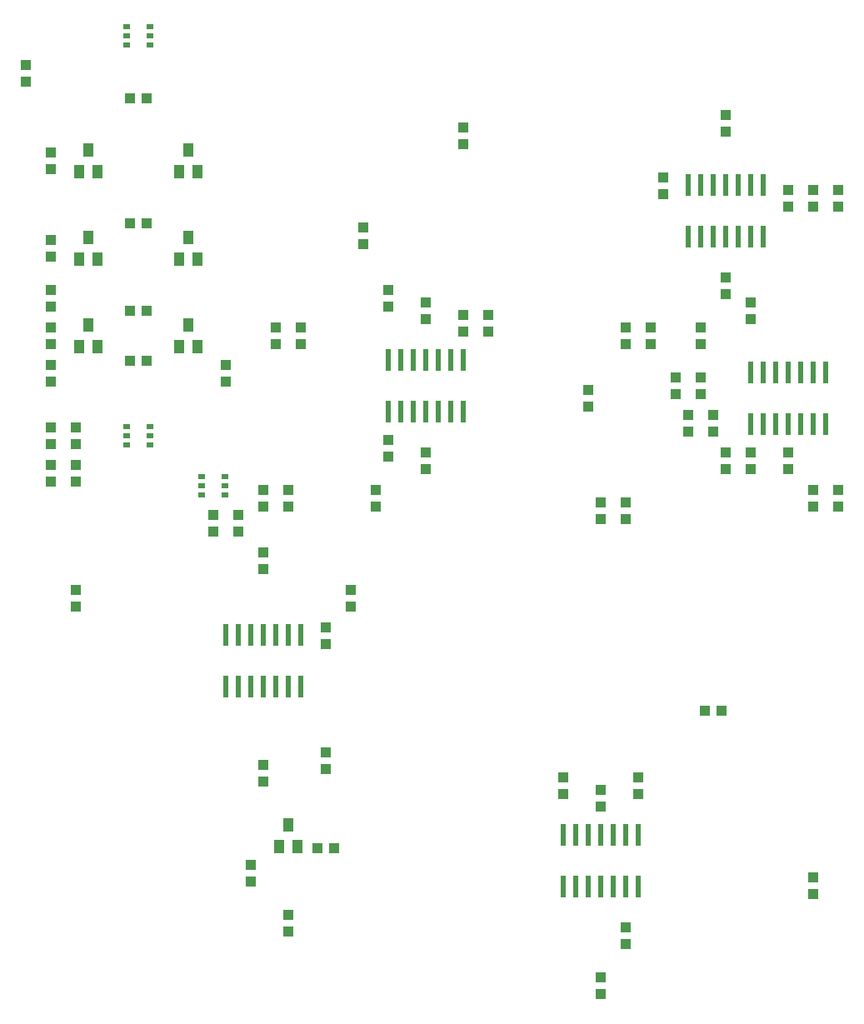
<source format=gtp>
G75*
%MOIN*%
%OFA0B0*%
%FSLAX25Y25*%
%IPPOS*%
%LPD*%
%AMOC8*
5,1,8,0,0,1.08239X$1,22.5*
%
%ADD10R,0.04331X0.03937*%
%ADD11R,0.03937X0.04331*%
%ADD12R,0.03937X0.05512*%
%ADD13R,0.03150X0.02165*%
%ADD14R,0.02400X0.08700*%
D10*
X0126800Y0083454D03*
X0126800Y0090146D03*
X0141800Y0070146D03*
X0141800Y0063454D03*
X0156800Y0128454D03*
X0156800Y0135146D03*
X0156800Y0178454D03*
X0156800Y0185146D03*
X0166800Y0193454D03*
X0166800Y0200146D03*
X0176800Y0233454D03*
X0176800Y0240146D03*
X0181800Y0253454D03*
X0181800Y0260146D03*
X0146800Y0298454D03*
X0146800Y0305146D03*
X0136800Y0305146D03*
X0136800Y0298454D03*
X0116800Y0290146D03*
X0116800Y0283454D03*
X0085146Y0291800D03*
X0078454Y0291800D03*
X0078454Y0311800D03*
X0085146Y0311800D03*
X0085146Y0346800D03*
X0078454Y0346800D03*
X0046800Y0340146D03*
X0046800Y0333454D03*
X0046800Y0320146D03*
X0046800Y0313454D03*
X0046800Y0290146D03*
X0046800Y0283454D03*
X0046800Y0265146D03*
X0046800Y0258454D03*
X0046800Y0250146D03*
X0046800Y0243454D03*
X0056800Y0243454D03*
X0056800Y0250146D03*
X0056800Y0258454D03*
X0056800Y0265146D03*
X0111800Y0230146D03*
X0111800Y0223454D03*
X0121800Y0223454D03*
X0121800Y0230146D03*
X0131800Y0233454D03*
X0131800Y0240146D03*
X0141800Y0240146D03*
X0141800Y0233454D03*
X0211800Y0303454D03*
X0211800Y0310146D03*
X0221800Y0310146D03*
X0221800Y0303454D03*
X0261800Y0280146D03*
X0261800Y0273454D03*
X0276800Y0298454D03*
X0276800Y0305146D03*
X0286800Y0305146D03*
X0286800Y0298454D03*
X0296800Y0285146D03*
X0296800Y0278454D03*
X0301800Y0270146D03*
X0301800Y0263454D03*
X0311800Y0263454D03*
X0311800Y0270146D03*
X0306800Y0278454D03*
X0306800Y0285146D03*
X0306800Y0298454D03*
X0306800Y0305146D03*
X0326800Y0308454D03*
X0326800Y0315146D03*
X0351800Y0353454D03*
X0351800Y0360146D03*
X0361800Y0360146D03*
X0361800Y0353454D03*
X0291800Y0358454D03*
X0291800Y0365146D03*
X0316800Y0255146D03*
X0316800Y0248454D03*
X0326800Y0248454D03*
X0326800Y0255146D03*
X0351800Y0240146D03*
X0351800Y0233454D03*
X0361800Y0233454D03*
X0361800Y0240146D03*
X0276800Y0235146D03*
X0276800Y0228454D03*
X0266800Y0228454D03*
X0266800Y0235146D03*
X0251800Y0125146D03*
X0251800Y0118454D03*
X0281800Y0118454D03*
X0281800Y0125146D03*
X0276800Y0065146D03*
X0276800Y0058454D03*
X0351800Y0078454D03*
X0351800Y0085146D03*
X0171800Y0338454D03*
X0171800Y0345146D03*
X0085146Y0396800D03*
X0078454Y0396800D03*
X0046800Y0375146D03*
X0046800Y0368454D03*
X0036800Y0403454D03*
X0036800Y0410146D03*
D11*
X0046800Y0305146D03*
X0046800Y0298454D03*
X0056800Y0200146D03*
X0056800Y0193454D03*
X0131800Y0208454D03*
X0131800Y0215146D03*
X0196800Y0248454D03*
X0196800Y0255146D03*
X0196800Y0308454D03*
X0196800Y0315146D03*
X0181800Y0313454D03*
X0181800Y0320146D03*
X0211800Y0378454D03*
X0211800Y0385146D03*
X0316800Y0383454D03*
X0316800Y0390146D03*
X0341800Y0360146D03*
X0341800Y0353454D03*
X0316800Y0325146D03*
X0316800Y0318454D03*
X0341800Y0255146D03*
X0341800Y0248454D03*
X0315146Y0151800D03*
X0308454Y0151800D03*
X0266800Y0120146D03*
X0266800Y0113454D03*
X0266800Y0045146D03*
X0266800Y0038454D03*
X0160146Y0096800D03*
X0153454Y0096800D03*
X0131800Y0123454D03*
X0131800Y0130146D03*
D12*
X0141800Y0106131D03*
X0138060Y0097469D03*
X0145540Y0097469D03*
X0105540Y0297469D03*
X0098060Y0297469D03*
X0101800Y0306131D03*
X0098060Y0332469D03*
X0105540Y0332469D03*
X0101800Y0341131D03*
X0098060Y0367469D03*
X0101800Y0376131D03*
X0105540Y0367469D03*
X0065540Y0367469D03*
X0061800Y0376131D03*
X0058060Y0367469D03*
X0061800Y0341131D03*
X0058060Y0332469D03*
X0065540Y0332469D03*
X0061800Y0306131D03*
X0058060Y0297469D03*
X0065540Y0297469D03*
D13*
X0077076Y0265540D03*
X0077076Y0261800D03*
X0077076Y0258060D03*
X0086524Y0258060D03*
X0086524Y0261800D03*
X0086524Y0265540D03*
X0107076Y0245540D03*
X0107076Y0241800D03*
X0107076Y0238060D03*
X0116524Y0238060D03*
X0116524Y0241800D03*
X0116524Y0245540D03*
X0086524Y0418060D03*
X0086524Y0421800D03*
X0086524Y0425540D03*
X0077076Y0425540D03*
X0077076Y0421800D03*
X0077076Y0418060D03*
D14*
X0181800Y0292050D03*
X0186800Y0292050D03*
X0191800Y0292050D03*
X0196800Y0292050D03*
X0201800Y0292050D03*
X0206800Y0292050D03*
X0211800Y0292050D03*
X0211800Y0271550D03*
X0206800Y0271550D03*
X0201800Y0271550D03*
X0196800Y0271550D03*
X0191800Y0271550D03*
X0186800Y0271550D03*
X0181800Y0271550D03*
X0146800Y0182050D03*
X0141800Y0182050D03*
X0136800Y0182050D03*
X0131800Y0182050D03*
X0126800Y0182050D03*
X0121800Y0182050D03*
X0116800Y0182050D03*
X0116800Y0161550D03*
X0121800Y0161550D03*
X0126800Y0161550D03*
X0131800Y0161550D03*
X0136800Y0161550D03*
X0141800Y0161550D03*
X0146800Y0161550D03*
X0251800Y0102050D03*
X0256800Y0102050D03*
X0261800Y0102050D03*
X0266800Y0102050D03*
X0271800Y0102050D03*
X0276800Y0102050D03*
X0281800Y0102050D03*
X0281800Y0081550D03*
X0276800Y0081550D03*
X0271800Y0081550D03*
X0266800Y0081550D03*
X0261800Y0081550D03*
X0256800Y0081550D03*
X0251800Y0081550D03*
X0326800Y0266550D03*
X0331800Y0266550D03*
X0336800Y0266550D03*
X0341800Y0266550D03*
X0346800Y0266550D03*
X0351800Y0266550D03*
X0356800Y0266550D03*
X0356800Y0287050D03*
X0351800Y0287050D03*
X0346800Y0287050D03*
X0341800Y0287050D03*
X0336800Y0287050D03*
X0331800Y0287050D03*
X0326800Y0287050D03*
X0326800Y0341550D03*
X0331800Y0341550D03*
X0321800Y0341550D03*
X0316800Y0341550D03*
X0311800Y0341550D03*
X0306800Y0341550D03*
X0301800Y0341550D03*
X0301800Y0362050D03*
X0306800Y0362050D03*
X0311800Y0362050D03*
X0316800Y0362050D03*
X0321800Y0362050D03*
X0326800Y0362050D03*
X0331800Y0362050D03*
M02*

</source>
